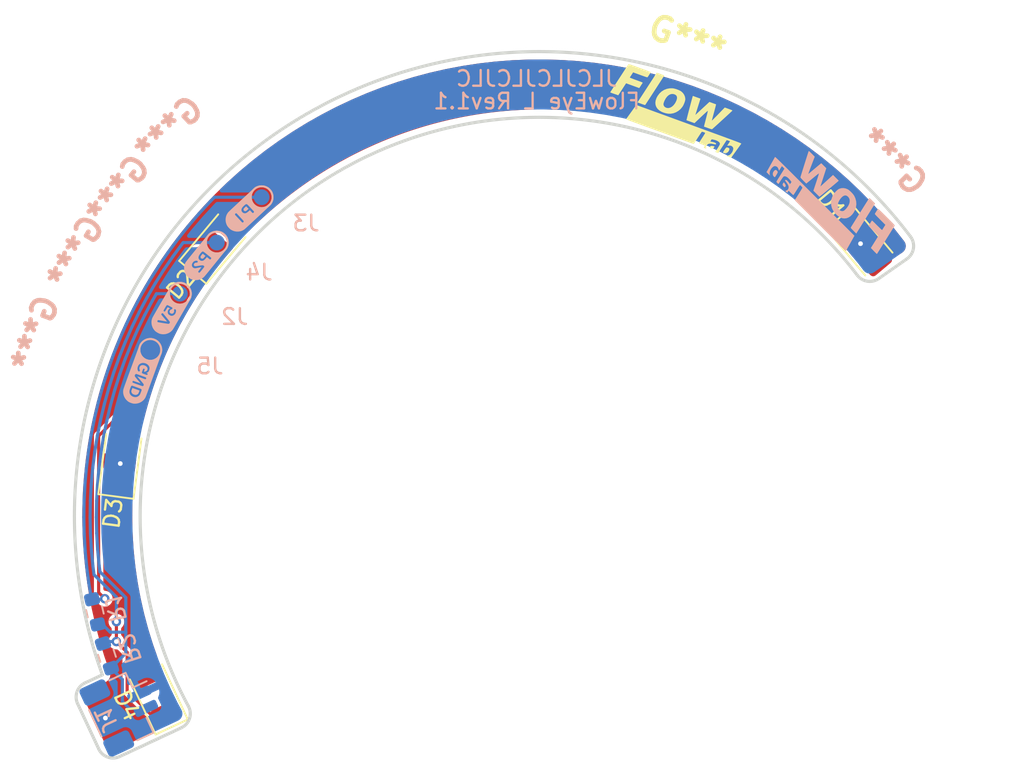
<source format=kicad_pcb>
(kicad_pcb (version 20221018) (generator pcbnew)
  (layers (0 "F.Cu" signal) (31 "B.Cu" signal) (34 "B.Paste" user) (35 "F.Paste" user) (36 "B.SilkS" user "B.Silkscreen") (37 "F.SilkS" user "F.Silkscreen") (38 "B.Mask" user) (39 "F.Mask" user) (44 "Edge.Cuts" user))
  (net 0 "")
  (net 1 "Net-(D1-K)")
  (net 2 "Net-(D1-A)")
  (net 3 "GND")
  (net 4 "Net-(D3-K)")
  (net 5 "Net-(D3-A)")
  (net 6 "+5V")
  (footprint "LED_SMD:LED_1206_3216Metric" (layer "F.Cu") (at 118.709918 85.66 50)
    (fp_text reference "D2" (at -3.350463 -0.083071 50) (layer "F.SilkS"))
    (fp_text value "LED")
    (pad "1" smd roundrect (at -1.4 0 50) (size 1.25 1.75) (layers "F.Cu" "F.Paste" "F.Mask") (roundrect_rratio 0.2) (net 2 "Net-(D1-A)"))
    (pad "2" smd roundrect (at 1.4 0 50) (size 1.25 1.75) (layers "F.Cu" "F.Paste" "F.Mask") (roundrect_rratio 0.2) (net 1 "Net-(D1-K)"))
  )
  (footprint "LED_SMD:LED_1206_3216Metric" (layer "F.Cu") (at 112.629918 99.48 82.5)
    (fp_text reference "D3" (at -3.373551 -0.040685 82.5) (layer "F.SilkS"))
    (fp_text value "LED")
    (pad "1" smd roundrect (at -1.4 0 82.5) (size 1.25 1.75) (layers "F.Cu" "F.Paste" "F.Mask") (roundrect_rratio 0.2) (net 4 "Net-(D3-K)"))
    (pad "2" smd roundrect (at 1.4 0 82.5) (size 1.25 1.75) (layers "F.Cu" "F.Paste" "F.Mask") (roundrect_rratio 0.2) (net 3 "GND"))
  )
  (footprint "LED_SMD:LED_1206_3216Metric" (layer "F.Cu") (at 114.929918 114.41 115)
    (fp_text reference "D4" (at 0.181814 -2.02258 115) (layer "F.SilkS"))
    (fp_text value "LED")
    (pad "1" smd roundrect (at -1.4 0 115) (size 1.25 1.75) (layers "F.Cu" "F.Paste" "F.Mask") (roundrect_rratio 0.2) (net 5 "Net-(D3-A)"))
    (pad "2" smd roundrect (at 1.4 0 115) (size 1.25 1.75) (layers "F.Cu" "F.Paste" "F.Mask") (roundrect_rratio 0.2) (net 4 "Net-(D3-K)"))
  )
  (footprint "lib:flow_lab_logo" (layer "F.Cu") (at 148.270562 77.096815 -20)
    (fp_text reference "G***" (at -1.040608 -4.536296 160) (layer "F.SilkS") (effects (font (size 1.524 1.524) (thickness 0.3))))
    (fp_text value "LOGO" hide)
  )
  (footprint "LED_SMD:LED_1206_3216Metric" (layer "F.Cu") (at 160.055066 85.655764 -50)
    (fp_text reference "D1" (at -3.24108 -0.119865 130) (layer "F.SilkS"))
    (fp_text value "LED")
    (pad "1" smd roundrect (at -1.4 0 310) (size 1.25 1.75) (layers "F.Cu" "F.Paste" "F.Mask") (roundrect_rratio 0.2) (net 1 "Net-(D1-K)"))
    (pad "2" smd roundrect (at 1.4 0 310) (size 1.25 1.75) (layers "F.Cu" "F.Paste" "F.Mask") (roundrect_rratio 0.2) (net 3 "GND"))
  )
  (footprint "Silk:P2" (layer "B.Cu") (at 118.109918 86.33 -129)
    (fp_text reference "G***" (at 0.29 7 51) (layer "B.SilkS") (effects (font (size 1.5 1.5) (thickness 0.3)) (justify mirror)))
    (fp_text value "LOGO" hide)
  )
  (footprint "Resistor_SMD:R_0603_1608Metric" (layer "B.Cu") (at 110.989918 109.12 103)
    (fp_text reference "R1" (at 0.00136 1.283278 283) (layer "B.SilkS") (effects (justify mirror)))
    (fp_text value "680R")
    (pad "1" smd roundrect (at -0.825 0 103) (size 0.8 0.95) (layers "B.Cu" "B.Paste" "B.Mask") (net 6 "+5V"))
    (pad "2" smd roundrect (at 0.825 0 103) (size 0.8 0.95) (layers "B.Cu" "B.Paste" "B.Mask") (net 2 "Net-(D1-A)"))
  )
  (footprint "Silk:P1" (layer "B.Cu") (at 120.869918 83.33 -137)
    (fp_text reference "G***" (at 0.3 7.21 43) (layer "B.SilkS") (effects (font (size 1.5 1.5) (thickness 0.3)) (justify mirror)))
    (fp_text value "LOGO" hide)
  )
  (footprint "TestPoint:TestPoint_Pad_D1.0mm" (layer "B.Cu") (at 121.64 82.61 180)
    (fp_text reference "J3" (at -2.84 -1.66) (layer "B.SilkS") (effects (justify mirror)))
    (fp_text value "Pad2")
    (pad "1" smd circle (at 0 0 180) (size 1 1) (layers "B.Cu" "B.Mask") (net 2 "Net-(D1-A)"))
  )
  (footprint "Silk:5V" (layer "B.Cu") (at 115.889918 89.7 -120)
    (fp_text reference "G***" (at -0.03 7.08 60) (layer "B.SilkS") (effects (font (size 1.5 1.5) (thickness 0.3)) (justify mirror)))
    (fp_text value "LOGO" hide)
  )
  (footprint "Resistor_SMD:R_0603_1608Metric" (layer "B.Cu") (at 111.759918 111.93 108)
    (fp_text reference "R2" (at 0.001507 1.451594 108) (layer "B.SilkS") (effects (justify mirror)))
    (fp_text value "680R")
    (pad "1" smd roundrect (at -0.825 0 108) (size 0.8 0.95) (layers "B.Cu" "B.Paste" "B.Mask") (net 6 "+5V"))
    (pad "2" smd roundrect (at 0.825 0 108) (size 0.8 0.95) (layers "B.Cu" "B.Paste" "B.Mask") (net 5 "Net-(D3-A)"))
  )
  (footprint "TestPoint:TestPoint_Pad_D1.0mm" (layer "B.Cu") (at 118.78 85.51 180)
    (fp_text reference "J4" (at -2.7 -1.9) (layer "B.SilkS") (effects (justify mirror)))
    (fp_text value "Pad3")
    (pad "1" smd circle (at 0 0 180) (size 1 1) (layers "B.Cu" "B.Mask") (net 5 "Net-(D3-A)"))
  )
  (footprint "TestPoint:TestPoint_Pad_D1.0mm" (layer "B.Cu") (at 116.42 88.78 180)
    (fp_text reference "J2" (at -3.5 -1.47) (layer "B.SilkS") (effects (justify mirror)))
    (fp_text value "Pad1")
    (pad "1" smd circle (at 0 0 180) (size 1 1) (layers "B.Cu" "B.Mask") (net 6 "+5V"))
  )
  (footprint "lib:flow_lab_logo" (layer "B.Cu") (at 158.035541 82.798831 135)
    (fp_text reference "G***" (at -1.040608 4.536296 135) (layer "B.SilkS") (effects (font (size 1.524 1.524) (thickness 0.3)) (justify mirror)))
    (fp_text value "LOGO" hide)
  )
  (footprint "Silk:GND" (layer "B.Cu") (at 114.039918 93.71 -110)
    (fp_text reference "G***" (at 0.11 7.25 70) (layer "B.SilkS") (effects (font (size 1.5 1.5) (thickness 0.3)) (justify mirror)))
    (fp_text value "LOGO" hide)
  )
  (footprint "Connector_JST:JST_SH_BM02B-SRSS-TB_1x02-1MP_P1.00mm_Vertical" (layer "B.Cu") (at 112.836774 115.401504 -65)
    (fp_text reference "J1" (at 0.03167 1.294783 115) (layer "B.SilkS") (effects (justify mirror)))
    (fp_text value "Conn_01x02")
    (pad "1" smd roundrect (at -0.5 -1.325 295) (size 0.6 1.55) (layers "B.Cu" "B.Paste" "B.Mask") (net 3 "GND"))
    (pad "2" smd roundrect (at 0.5 -1.325 295) (size 0.6 1.55) (layers "B.Cu" "B.Paste" "B.Mask") (net 6 "+5V"))
    (pad "MP" smd roundrect (at -1.8 1.2 295) (size 1.2 1.8) (layers "B.Cu" "B.Paste" "B.Mask") (roundrect_rratio 0.2083333333))
    (pad "MP" smd roundrect (at 1.8 1.2 295) (size 1.2 1.8) (layers "B.Cu" "B.Paste" "B.Mask") (roundrect_rratio 0.2083333333))
  )
  (footprint "TestPoint:TestPoint_Pad_D1.0mm" (layer "B.Cu") (at 114.53 92.37 180)
    (fp_text reference "J5" (at -3.81 -1.04) (layer "B.SilkS") (effects (justify mirror)))
    (fp_text value "Pad3")
    (pad "1" smd circle (at 0 0 180) (size 1 1) (layers "B.Cu" "B.Mask") (net 3 "GND"))
  )
  (gr_arc (start 112.564446 118.373043) (mid 111.799799 118.406432) (end 111.23552 117.889353) (stroke (width 0.2)) (layer "Edge.Cuts"))
  (gr_line (start 161.071986 87.81105) (end 162.875306 86.548352) (stroke (width 0.2)) (layer "Edge.Cuts"))
  (gr_arc (start 116.961905 115.152477) (mid 125.561852 81.568456) (end 159.701485 87.595978) (stroke (width 0.2)) (layer "Edge.Cuts"))
  (gr_arc (start 116.961905 115.152477) (mid 117.032337 115.942501) (end 116.505385 116.535352) (stroke (width 0.2)) (layer "Edge.Cuts"))
  (gr_arc (start 163.100399 85.12743) (mid 163.289411 85.885662) (end 162.875306 86.548352) (stroke (width 0.2)) (layer "Edge.Cuts"))
  (gr_arc (start 109.883141 114.989168) (mid 109.849723 114.224506) (end 110.366831 113.660242) (stroke (width 0.2)) (layer "Edge.Cuts"))
  (gr_arc (start 161.071986 87.81105) (mid 160.34338 87.979802) (end 159.701485 87.595978) (stroke (width 0.2)) (layer "Edge.Cuts"))
  (gr_line (start 112.564446 118.373043) (end 116.505385 116.535352) (stroke (width 0.2)) (layer "Edge.Cuts"))
  (gr_line (start 109.883141 114.989168) (end 111.23552 117.889353) (stroke (width 0.2)) (layer "Edge.Cuts"))
  (gr_arc (start 111.46711 113.147174) (mid 125.214099 76.895985) (end 163.100399 85.12743) (stroke (width 0.2)) (layer "Edge.Cuts"))
  (gr_line (start 111.46711 113.147174) (end 110.366831 113.660242) (stroke (width 0.2)) (layer "Edge.Cuts"))
  (gr_text "FlowEye L Rev1.1" (at 139.219918 77.06) (layer "B.SilkS") (effects (font (size 1 1)) (justify bottom mirror)))
  (gr_text "JLCJLCJLCJLC" (at 139.209918 75.61) (layer "B.SilkS") (effects (font (size 1 1)) (justify bottom mirror)))
  (segment (start 120.806166 84.66) (end 120.806166 84.655245) (width 0.2) (layer "F.Cu") (net 1))
  (segment (start 157.726043 84.427632) (end 157.978411 84.68) (width 0.2) (layer "F.Cu") (net 1))
  (segment (start 157.978411 84.68) (end 159.058465 84.68) (width 0.2) (layer "F.Cu") (net 1))
  (segment (start 159.058465 84.68) (end 159.155163 84.583302) (width 0.2) (layer "F.Cu") (net 1))
  (segment (start 119.609821 84.587538) (end 119.682283 84.66) (width 0.2) (layer "F.Cu") (net 1))
  (segment (start 119.682283 84.66) (end 120.806166 84.66) (width 0.2) (layer "F.Cu") (net 1))
  (arc (start 139.540814 76.895107) (mid 149.382637 78.852747) (end 157.726043 84.427632) (width 0.2) (layer "F.Cu") (net 1))
  (arc (start 139.540814 76.895107) (mid 129.40169 78.911904) (end 120.806166 84.655245) (width 0.2) (layer "F.Cu") (net 1))
  (segment (start 116.221317 90.94638) (end 115.75936 91.878858) (width 0.2) (layer "F.Cu") (net 2))
  (segment (start 116.720082 90.033026) (end 116.221317 90.94638) (width 0.2) (layer "F.Cu") (net 2))
  (segment (start 112.438894 96.66) (end 111.227505 97.871389) (width 0.2) (layer "F.Cu") (net 2))
  (segment (start 118.04 87.967698) (end 117.824778 88.269539) (width 0.2) (layer "F.Cu") (net 2))
  (segment (start 111.227505 97.871389) (end 111.227505 107.887587) (width 0.2) (layer "F.Cu") (net 2))
  (segment (start 115.75936 91.878858) (end 115.33491 92.829056) (width 0.2) (layer "F.Cu") (net 2))
  (segment (start 117.810015 86.732462) (end 118.04 86.962447) (width 0.2) (layer "F.Cu") (net 2))
  (segment (start 115.33491 92.829056) (end 114.948678 93.795378) (width 0.2) (layer "F.Cu") (net 2))
  (segment (start 117.254858 89.140266) (end 116.720082 90.033026) (width 0.2) (layer "F.Cu") (net 2))
  (segment (start 114.055927 96.66) (end 112.438894 96.66) (width 0.2) (layer "F.Cu") (net 2))
  (segment (start 114.948678 93.795378) (end 114.601251 94.776361) (width 0.2) (layer "F.Cu") (net 2))
  (segment (start 118.04 86.962447) (end 118.04 87.967698) (width 0.2) (layer "F.Cu") (net 2))
  (segment (start 114.601251 94.776361) (end 114.293215 95.770347) (width 0.2) (layer "F.Cu") (net 2))
  (segment (start 111.227505 107.887587) (end 111.619918 108.28) (width 0.2) (layer "F.Cu") (net 2))
  (segment (start 114.293215 95.770347) (end 114.055927 96.66) (width 0.2) (layer "F.Cu") (net 2))
  (segment (start 117.824778 88.269539) (end 117.254858 89.140266) (width 0.2) (layer "F.Cu") (net 2))
  (via (at 111.619918 108.28) (size 0.6) (drill 0.3) (layers "F.Cu" "B.Cu") (net 2))
  (segment (start 110.282614 103.064761) (end 110.299599 102.003826) (width 0.2) (layer "B.Cu") (net 2))
  (segment (start 116.290313 85.293295) (end 116.951259 84.46321) (width 0.2) (layer "B.Cu") (net 2))
  (segment (start 111.583773 108.316145) (end 111.619918 108.28) (width 0.2) (layer "B.Cu") (net 2))
  (segment (start 112.567343 91.69765) (end 112.997265 90.727555) (width 0.2) (layer "B.Cu") (net 2))
  (segment (start 110.804333 108.316145) (end 110.766362 108.278174) (width 0.2) (layer "B.Cu") (net 2))
  (segment (start 114.494999 87.920273) (end 115.06137 87.022969) (width 0.2) (layer "B.Cu") (net 2))
  (segment (start 110.355258 100.944187) (end 110.449511 99.887309) (width 0.2) (layer "B.Cu") (net 2))
  (segment (start 115.06137 87.022969) (end 115.66005 86.146953) (width 0.2) (layer "B.Cu") (net 2))
  (segment (start 110.75326 97.787353) (end 110.962354 96.747051) (width 0.2) (layer "B.Cu") (net 2))
  (segment (start 110.766362 108.278174) (end 110.601065 107.293587) (width 0.2) (layer "B.Cu") (net 2))
  (segment (start 111.493577 94.69282) (end 111.814998 93.681607) (width 0.2) (layer "B.Cu") (net 2))
  (segment (start 110.582237 98.834564) (end 110.75326 97.787353) (width 0.2) (layer "B.Cu") (net 2))
  (segment (start 110.463654 106.241452) (end 110.364697 105.184999) (width 0.2) (layer "B.Cu") (net 2))
  (segment (start 117.642026 83.657784) (end 118.361723 82.878052) (width 0.2) (layer "B.Cu") (net 2))
  (segment (start 112.173084 92.682757) (end 112.567343 91.69765) (width 0.2) (layer "B.Cu") (net 2))
  (segment (start 110.304322 104.125614) (end 110.282614 103.064761) (width 0.2) (layer "B.Cu") (net 2))
  (segment (start 110.601065 107.293587) (end 110.463654 106.241452) (width 0.2) (layer "B.Cu") (net 2))
  (segment (start 113.961746 88.837591) (end 114.494999 87.920273) (width 0.2) (layer "B.Cu") (net 2))
  (segment (start 110.449511 99.887309) (end 110.582237 98.834564) (width 0.2) (layer "B.Cu") (net 2))
  (segment (start 110.299599 102.003826) (end 110.355258 100.944187) (width 0.2) (layer "B.Cu") (net 2))
  (segment (start 111.209229 95.715114) (end 111.493577 94.69282) (width 0.2) (layer "B.Cu") (net 2))
  (segment (start 118.62788 82.61) (end 121.64 82.61) (width 0.2) (layer "B.Cu") (net 2))
  (segment (start 110.364697 105.184999) (end 110.304322 104.125614) (width 0.2) (layer "B.Cu") (net 2))
  (segment (start 110.804333 108.316145) (end 111.583773 108.316145) (width 0.2) (layer "B.Cu") (net 2))
  (segment (start 110.962354 96.747051) (end 111.209229 95.715114) (width 0.2) (layer "B.Cu") (net 2))
  (segment (start 116.951259 84.46321) (end 117.642026 83.657784) (width 0.2) (layer "B.Cu") (net 2))
  (segment (start 115.66005 86.146953) (end 116.290313 85.293295) (width 0.2) (layer "B.Cu") (net 2))
  (segment (start 112.997265 90.727555) (end 113.462257 89.773809) (width 0.2) (layer "B.Cu") (net 2))
  (segment (start 113.462257 89.773809) (end 113.961746 88.837591) (width 0.2) (layer "B.Cu") (net 2))
  (segment (start 111.814998 93.681607) (end 112.173084 92.682757) (width 0.2) (layer "B.Cu") (net 2))
  (segment (start 118.361723 82.878052) (end 118.62788 82.61) (width 0.2) (layer "B.Cu") (net 2))
  (via (at 112.609918 99.64) (size 0.6) (drill 0.3) (layers "F.Cu" "B.Cu") (net 3))
  (via (at 159.909918 85.58) (size 0.6) (drill 0.3) (layers "F.Cu" "B.Cu") (net 3))
  (via (at 111.659918 115.91) (size 0.6) (drill 0.3) (layers "F.Cu" "B.Cu") (net 3))
  (segment (start 114.576016 111.147208) (end 114.83 111.871435) (width 0.2) (layer "F.Cu") (net 4))
  (segment (start 113.306417 101.727259) (end 113.294621 101.919345) (width 0.2) (layer "F.Cu") (net 4))
  (segment (start 113.597077 107.105567) (end 113.781173 108.129799) (width 0.2) (layer "F.Cu") (net 4))
  (segment (start 113.351999 105.03912) (end 113.453943 106.074795) (width 0.2) (layer "F.Cu") (net 4))
  (segment (start 114.005953 109.145928) (end 114.271032 110.152232) (width 0.2) (layer "F.Cu") (net 4))
  (segment (start 113.272276 102.959744) (end 113.291413 104.000232) (width 0.2) (layer "F.Cu") (net 4))
  (segment (start 113.294621 101.919345) (end 113.272276 102.959744) (width 0.2) (layer "F.Cu") (net 4))
  (segment (start 113.453943 106.074795) (end 113.597077 107.105567) (width 0.2) (layer "F.Cu") (net 4))
  (segment (start 112.447181 100.868023) (end 113.306417 101.727259) (width 0.2) (layer "F.Cu") (net 4))
  (segment (start 114.83 111.871435) (end 114.83 112.649421) (width 0.2) (layer "F.Cu") (net 4))
  (segment (start 114.271032 110.152232) (end 114.576016 111.147208) (width 0.2) (layer "F.Cu") (net 4))
  (segment (start 113.781173 108.129799) (end 114.005953 109.145928) (width 0.2) (layer "F.Cu") (net 4))
  (segment (start 114.83 112.649421) (end 114.338252 113.141169) (width 0.2) (layer "F.Cu") (net 4))
  (segment (start 113.291413 104.000232) (end 113.351999 105.03912) (width 0.2) (layer "F.Cu") (net 4))
  (segment (start 112.359918 111.02) (end 113.05 111.710082) (width 0.2) (layer "F.Cu") (net 5))
  (segment (start 113.05 114.171017) (end 114.557814 115.678831) (width 0.2) (layer "F.Cu") (net 5))
  (segment (start 114.557814 115.678831) (end 115.521584 115.678831) (width 0.2) (layer "F.Cu") (net 5))
  (segment (start 112.362323 109.75) (end 112.362323 111.017595) (width 0.2) (layer "F.Cu") (net 5))
  (segment (start 113.05 111.710082) (end 113.05 114.171017) (width 0.2) (layer "F.Cu") (net 5))
  (segment (start 112.362323 111.017595) (end 112.359918 111.02) (width 0.2) (layer "F.Cu") (net 5))
  (via (at 112.362323 109.75) (size 0.6) (drill 0.3) (layers "F.Cu" "B.Cu") (net 5))
  (via (at 112.359918 111.02) (size 0.6) (drill 0.3) (layers "F.Cu" "B.Cu") (net 5))
  (segment (start 113.818599 89.95567) (end 114.311215 89.032334) (width 0.2) (layer "B.Cu") (net 5))
  (segment (start 112.193995 93.809727) (end 112.547152 92.824624) (width 0.2) (layer "B.Cu") (net 5))
  (segment (start 112.547152 92.824624) (end 112.935995 91.85305) (width 0.2) (layer "B.Cu") (net 5))
  (segment (start 110.861231 106.196891) (end 110.763633 105.154946) (width 0.2) (layer "B.Cu") (net 5))
  (segment (start 110.699431 102.01751) (end 110.754324 100.972472) (width 0.2) (layer "B.Cu") (net 5))
  (segment (start 115.986185 86.378662) (end 116.607772 85.536756) (width 0.2) (layer "B.Cu") (net 5))
  (segment (start 112.362323 109.75) (end 112.362323 108.173876) (width 0.2) (layer "B.Cu") (net 5))
  (segment (start 111.876991 94.807041) (end 112.193995 93.809727) (width 0.2) (layer "B.Cu") (net 5))
  (segment (start 110.763633 105.154946) (end 110.704089 104.110134) (width 0.2) (layer "B.Cu") (net 5))
  (segment (start 110.932721 106.744274) (end 110.861231 106.196891) (width 0.2) (layer "B.Cu") (net 5))
  (segment (start 111.146856 97.859011) (end 111.353077 96.83301) (width 0.2) (layer "B.Cu") (net 5))
  (segment (start 110.847282 99.930098) (end 110.978183 98.891833) (width 0.2) (layer "B.Cu") (net 5))
  (segment (start 114.837143 88.127615) (end 115.395736 87.242635) (width 0.2) (layer "B.Cu") (net 5))
  (segment (start 115.395736 87.242635) (end 115.986185 86.378662) (width 0.2) (layer "B.Cu") (net 5))
  (segment (start 116.634528 85.51) (end 118.79 85.51) (width 0.2) (layer "B.Cu") (net 5))
  (segment (start 110.978183 98.891833) (end 111.146856 97.859011) (width 0.2) (layer "B.Cu") (net 5))
  (segment (start 110.704089 104.110134) (end 110.682679 103.063895) (width 0.2) (layer "B.Cu") (net 5))
  (segment (start 111.353077 96.83301) (end 111.596555 95.815274) (width 0.2) (layer "B.Cu") (net 5))
  (segment (start 114.311215 89.032334) (end 114.837143 88.127615) (width 0.2) (layer "B.Cu") (net 5))
  (segment (start 112.362323 108.173876) (end 110.932721 106.744274) (width 0.2) (layer "B.Cu") (net 5))
  (segment (start 110.754324 100.972472) (end 110.847282 99.930098) (width 0.2) (layer "B.Cu") (net 5))
  (segment (start 111.630357 111.02) (end 112.359918 111.02) (width 0.2) (layer "B.Cu") (net 5))
  (segment (start 113.360016 90.896269) (end 113.818599 89.95567) (width 0.2) (layer "B.Cu") (net 5))
  (segment (start 112.935995 91.85305) (end 113.360016 90.896269) (width 0.2) (layer "B.Cu") (net 5))
  (segment (start 110.682679 103.063895) (end 110.699431 102.01751) (width 0.2) (layer "B.Cu") (net 5))
  (segment (start 116.607772 85.536756) (end 116.634528 85.51) (width 0.2) (layer "B.Cu") (net 5))
  (segment (start 111.596555 95.815274) (end 111.876991 94.807041) (width 0.2) (layer "B.Cu") (net 5))
  (segment (start 111.504979 111.145378) (end 111.630357 111.02) (width 0.2) (layer "B.Cu") (net 5))
  (segment (start 114.174946 90.137521) (end 113.722763 91.064994) (width 0.2) (layer "B.Cu") (net 6))
  (segment (start 111.082745 103.063025) (end 111.103856 104.094655) (width 0.2) (layer "B.Cu") (net 6))
  (segment (start 111.099263 102.031204) (end 111.082745 103.063025) (width 0.2) (layer "B.Cu") (net 6))
  (segment (start 111.153389 101.000758) (end 111.099263 102.031204) (width 0.2) (layer "B.Cu") (net 6))
  (segment (start 113.722763 91.064994) (end 113.304644 92.008457) (width 0.2) (layer "B.Cu") (net 6))
  (segment (start 111.245054 99.972887) (end 111.153389 101.000758) (width 0.2) (layer "B.Cu") (net 6))
  (segment (start 111.162569 105.124895) (end 111.258808 106.152325) (width 0.2) (layer "B.Cu") (net 6))
  (segment (start 112.260411 94.921244) (end 111.983876 95.915451) (width 0.2) (layer "B.Cu") (net 6))
  (segment (start 113.189151 115.294689) (end 114.248941 115.294689) (width 0.2) (layer "B.Cu") (net 6))
  (segment (start 112.743695 114.849233) (end 113.189151 115.294689) (width 0.2) (layer "B.Cu") (net 6))
  (segment (start 113.304644 92.008457) (end 112.921221 92.96649) (width 0.2) (layer "B.Cu") (net 6))
  (segment (start 111.258808 106.152325) (end 111.311739 106.557606) (width 0.2) (layer "B.Cu") (net 6))
  (segment (start 112.572991 93.93785) (end 112.260411 94.921244) (width 0.2) (layer "B.Cu") (net 6))
  (segment (start 111.374129 98.949103) (end 111.245054 99.972887) (width 0.2) (layer "B.Cu") (net 6))
  (segment (start 114.920577 88.78) (end 114.660685 89.227075) (width 0.2) (layer "B.Cu") (net 6))
  (segment (start 111.7438 96.918969) (end 111.540451 97.930679) (width 0.2) (layer "B.Cu") (net 6))
  (segment (start 112.962323 111.767156) (end 112.962323 110.41) (width 0.2) (layer "B.Cu") (net 6))
  (segment (start 111.175503 109.923855) (end 111.470144 109.923855) (width 0.2) (layer "B.Cu") (net 6))
  (segment (start 112.014857 112.714622) (end 112.743695 113.44346) (width 0.2) (layer "B.Cu") (net 6))
  (segment (start 111.966289 110.42) (end 112.952323 110.42) (width 0.2) (layer "B.Cu") (net 6))
  (segment (start 111.470144 109.923855) (end 111.966289 110.42) (width 0.2) (layer "B.Cu") (net 6))
  (segment (start 116.42 88.78) (end 114.920577 88.78) (width 0.2) (layer "B.Cu") (net 6))
  (segment (start 112.952323 110.42) (end 112.962323 110.41) (width 0.2) (layer "B.Cu") (net 6))
  (segment (start 112.014857 112.714622) (end 112.962323 111.767156) (width 0.2) (layer "B.Cu") (net 6))
  (segment (start 111.983876 95.915451) (end 111.7438 96.918969) (width 0.2) (layer "B.Cu") (net 6))
  (segment (start 111.540451 97.930679) (end 111.374129 98.949103) (width 0.2) (layer "B.Cu") (net 6))
  (segment (start 112.921221 92.96649) (end 112.572991 93.93785) (width 0.2) (layer "B.Cu") (net 6))
  (segment (start 112.743695 113.44346) (end 112.743695 114.849233) (width 0.2) (layer "B.Cu") (net 6))
  (segment (start 111.103856 104.094655) (end 111.162569 105.124895) (width 0.2) (layer "B.Cu") (net 6))
  (segment (start 112.962323 108.20819) (end 112.962323 110.41) (width 0.2) (layer "B.Cu") (net 6))
  (segment (start 111.311739 106.557606) (end 112.962323 108.20819) (width 0.2) (layer "B.Cu") (net 6))
  (segment (start 114.660685 89.227075) (end 114.174946 90.137521) (width 0.2) (layer "B.Cu") (net 6))
  (zone (net 3) (net_name "GND") (layers "F&B.Cu") (connect_pads (clearance 0.2)) (min_thickness 0.25) (fill yes (thermal_gap 0.5) (thermal_bridge_width 0.5))
    (polygon (pts (xy 170.379918 70) (xy 105.379918 70) (xy 105.379918 120) (xy 170.379918 120)))
  )
)
</source>
